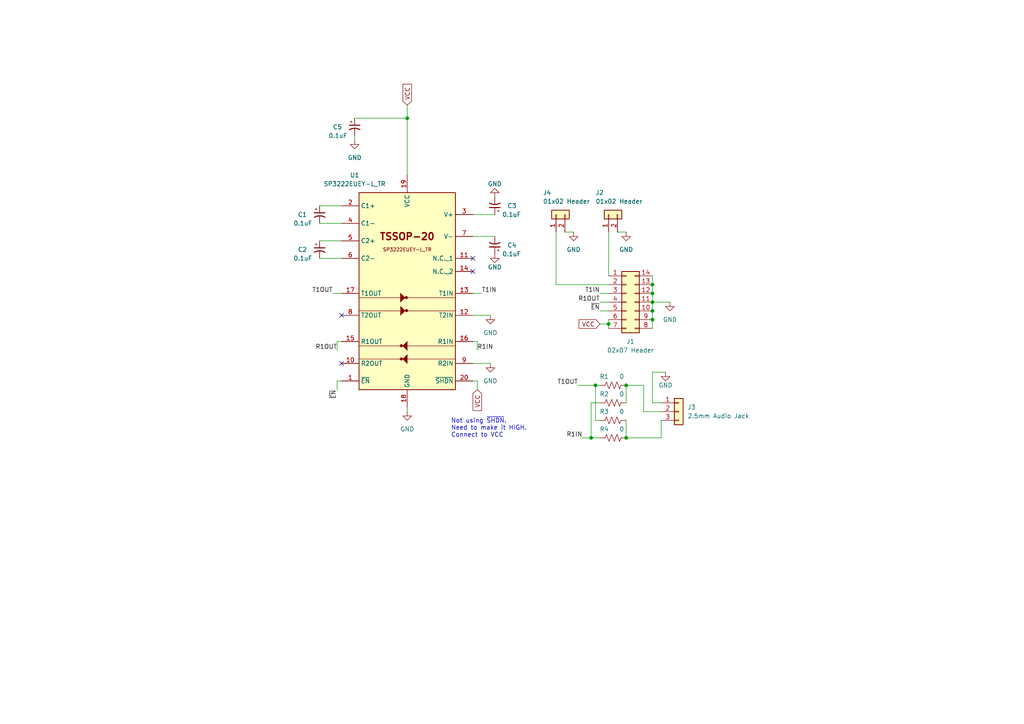
<source format=kicad_sch>
(kicad_sch (version 20230121) (generator eeschema)
  (paper "A4")
  (title_block (title "Little Master Board") (date "2023-09-20") (rev "A") (company "The Ohio State Univiersity") (comment 1 "Author: Dennis H. Calderon"))
  (lib_symbols
    (symbol "Connector_Generic:Conn_01x02" (pin_names (offset 1.016) hide)
      (property "Reference" "J" (at 0 2.54 0))
      (property "Value" "Conn_01x02" (at 0 -5.08 0))
      (symbol "Conn_01x02_1_1"
        (rectangle (start -1.27 -2.413) (end 0 -2.667) (stroke (width 0.1524)))
        (rectangle (start -1.27 0.127) (end 0 -0.127) (stroke (width 0.1524)))
        (rectangle (start -1.27 1.27) (end 1.27 -3.81) (stroke (width 0.254)) (fill (type background)))
        (pin passive line (at -5.08 0 0) (length 3.81) (name "Pin_1") (number "1"))
        (pin passive line (at -5.08 -2.54 0) (length 3.81) (name "Pin_2") (number "2"))
      )
    )
    (symbol "Connector_Generic:Conn_01x03" (pin_names (offset 1.016) hide)
      (property "Reference" "J" (at 0 5.08 0))
      (property "Value" "Conn_01x03" (at 0 -5.08 0))
      (symbol "Conn_01x03_1_1"
        (rectangle (start -1.27 -2.413) (end 0 -2.667) (stroke (width 0.1524)))
        (rectangle (start -1.27 0.127) (end 0 -0.127) (stroke (width 0.1524)))
        (rectangle (start -1.27 2.667) (end 0 2.413) (stroke (width 0.1524)))
        (rectangle (start -1.27 3.81) (end 1.27 -3.81) (stroke (width 0.254)) (fill (type background)))
        (pin passive line (at -5.08 2.54 0) (length 3.81) (name "Pin_1") (number "1"))
        (pin passive line (at -5.08 0 0) (length 3.81) (name "Pin_2") (number "2"))
        (pin passive line (at -5.08 -2.54 0) (length 3.81) (name "Pin_3") (number "3"))
      )
    )
    (symbol "Connector_Generic:Conn_02x07_Counter_Clockwise" (pin_names (offset 1.016) hide)
      (property "Reference" "J" (at 1.27 10.16 0))
      (property "Value" "Conn_02x07_Counter_Clockwise" (at 1.27 -10.16 0))
      (symbol "Conn_02x07_Counter_Clockwise_1_1"
        (rectangle (start -1.27 -7.493) (end 0 -7.747) (stroke (width 0.1524)))
        (rectangle (start -1.27 -4.953) (end 0 -5.207) (stroke (width 0.1524)))
        (rectangle (start -1.27 -2.413) (end 0 -2.667) (stroke (width 0.1524)))
        (rectangle (start -1.27 0.127) (end 0 -0.127) (stroke (width 0.1524)))
        (rectangle (start -1.27 2.667) (end 0 2.413) (stroke (width 0.1524)))
        (rectangle (start -1.27 5.207) (end 0 4.953) (stroke (width 0.1524)))
        (rectangle (start -1.27 7.747) (end 0 7.493) (stroke (width 0.1524)))
        (rectangle (start -1.27 8.89) (end 3.81 -8.89) (stroke (width 0.254)) (fill (type background)))
        (rectangle (start 3.81 -7.493) (end 2.54 -7.747) (stroke (width 0.1524)))
        (rectangle (start 3.81 -4.953) (end 2.54 -5.207) (stroke (width 0.1524)))
        (rectangle (start 3.81 -2.413) (end 2.54 -2.667) (stroke (width 0.1524)))
        (rectangle (start 3.81 0.127) (end 2.54 -0.127) (stroke (width 0.1524)))
        (rectangle (start 3.81 2.667) (end 2.54 2.413) (stroke (width 0.1524)))
        (rectangle (start 3.81 5.207) (end 2.54 4.953) (stroke (width 0.1524)))
        (rectangle (start 3.81 7.747) (end 2.54 7.493) (stroke (width 0.1524)))
        (pin passive line (at -5.08 7.62 0) (length 3.81) (name "Pin_1") (number "1"))
        (pin passive line (at 7.62 -2.54 180) (length 3.81) (name "Pin_10") (number "10"))
        (pin passive line (at 7.62 0 180) (length 3.81) (name "Pin_11") (number "11"))
        (pin passive line (at 7.62 2.54 180) (length 3.81) (name "Pin_12") (number "12"))
        (pin passive line (at 7.62 5.08 180) (length 3.81) (name "Pin_13") (number "13"))
        (pin passive line (at 7.62 7.62 180) (length 3.81) (name "Pin_14") (number "14"))
        (pin passive line (at -5.08 5.08 0) (length 3.81) (name "Pin_2") (number "2"))
        (pin passive line (at -5.08 2.54 0) (length 3.81) (name "Pin_3") (number "3"))
        (pin passive line (at -5.08 0 0) (length 3.81) (name "Pin_4") (number "4"))
        (pin passive line (at -5.08 -2.54 0) (length 3.81) (name "Pin_5") (number "5"))
        (pin passive line (at -5.08 -5.08 0) (length 3.81) (name "Pin_6") (number "6"))
        (pin passive line (at -5.08 -7.62 0) (length 3.81) (name "Pin_7") (number "7"))
        (pin passive line (at 7.62 -7.62 180) (length 3.81) (name "Pin_8") (number "8"))
        (pin passive line (at 7.62 -5.08 180) (length 3.81) (name "Pin_9") (number "9"))
      )
    )
    (symbol "Device:C_Polarized_Small_US" (pin_numbers hide) (pin_names (offset 0.254) hide)
      (property "Reference" "C" (at 0.254 1.778 0))
      (property "Value" "C_Polarized_Small_US" (at 0.254 -2.032 0))
      (symbol "C_Polarized_Small_US_0_1"
        (polyline (pts (xy -1.524 0.508) (xy 1.524 0.508)) (stroke (width 0.3048)))
        (polyline (pts (xy -1.27 1.524) (xy -0.762 1.524)))
        (polyline (pts (xy -1.016 1.27) (xy -1.016 1.778)))
        (arc (start 1.524 -0.762) (mid 0 -0.3734) (end -1.524 -0.762) (stroke (width 0.3048)))
      )
      (symbol "C_Polarized_Small_US_1_1"
        (pin passive line (at 0 2.54 270) (length 2.032) (name "~") (number "1"))
        (pin passive line (at 0 -2.54 90) (length 2.032) (name "~") (number "2"))
      )
    )
    (symbol "Device:R_US" (pin_numbers hide) (pin_names (offset 0))
      (property "Reference" "R" (at 2.54 0 90))
      (property "Value" "R_US" (at -2.54 0 90))
      (symbol "R_US_0_1"
        (polyline (pts (xy 0 -2.286) (xy 0 -2.54)))
        (polyline (pts (xy 0 2.286) (xy 0 2.54)))
        (polyline (pts (xy 0 -0.762) (xy 1.016 -1.143) (xy 0 -1.524) (xy -1.016 -1.905) (xy 0 -2.286)))
        (polyline (pts (xy 0 0.762) (xy 1.016 0.381) (xy 0 0) (xy -1.016 -0.381) (xy 0 -0.762)))
        (polyline (pts (xy 0 2.286) (xy 1.016 1.905) (xy 0 1.524) (xy -1.016 1.143) (xy 0 0.762)))
      )
      (symbol "R_US_1_1"
        (pin passive line (at 0 3.81 270) (length 1.27) (name "~") (number "1"))
        (pin passive line (at 0 -3.81 90) (length 1.27) (name "~") (number "2"))
      )
    )
    (symbol "SP3222EUEY-L_TR:SP3222EUEY-L_TR"
      (property "Reference" "U1" (at -12.7 36.83 0))
      (property "Value" "SP3222EUEY-L_TR" (at -12.7 34.29 0))
      (symbol "SP3222EUEY-L_TR_1_1"
        (rectangle (start -13.97 30.48) (end 13.97 -26.67) (stroke (width 0.254)) (fill (type background)))
        (circle (center -1.7018 -17.7546) (radius 0.3698) (fill (type outline)))
        (circle (center -1.7018 -13.9192) (radius 0.3698) (fill (type outline)))
        (circle (center -0.254 0.0508) (radius 0.3698) (fill (type outline)))
        (circle (center -0.2032 -3.7338) (radius 0.3698) (fill (type outline)))
        (polyline (pts (xy -13.97 -17.78) (xy -2.54 -17.78)))
        (polyline (pts (xy -13.97 -13.97) (xy -2.54 -13.97)))
        (polyline (pts (xy -13.97 -3.81) (xy -1.27 -3.81)))
        (polyline (pts (xy -13.97 0) (xy -1.27 0)))
        (polyline (pts (xy -2.5146 -17.78) (xy -2.1082 -17.78)))
        (polyline (pts (xy -2.5146 -13.97) (xy -2.1082 -13.97)))
        (polyline (pts (xy 0 -3.81) (xy 13.97 -3.81)))
        (polyline (pts (xy 13.97 -17.78) (xy 0 -17.78)))
        (polyline (pts (xy 13.97 -13.97) (xy 0 -13.97)))
        (polyline (pts (xy 13.97 0) (xy 0 0)))
        (polyline (pts (xy -1.9558 1.2954) (xy -1.9558 -1.2446) (xy -0.6858 0.0254) (xy -1.9558 1.2954)) (fill (type outline)))
        (polyline (pts (xy -1.9304 -2.5146) (xy -1.9304 -5.0546) (xy -0.6604 -3.7846) (xy -1.9304 -2.5146)) (fill (type outline)))
        (polyline (pts (xy 0 -19.05) (xy 0 -16.51) (xy -1.27 -17.78) (xy 0 -19.05)) (fill (type outline)))
        (polyline (pts (xy 0 -15.24) (xy 0 -12.7) (xy -1.27 -13.97) (xy 0 -15.24)) (fill (type outline)))
        (text "SP3222EUEY-L_TR" (at 0 13.97 0) (effects (font (size 1 1))))
        (text "TSSOP-20" (at 0 17.78 0) (effects (font (size 2 2) bold)))
        (pin passive line (at -19.05 -24.13 0) (length 5.08) (name "~{EN}") (number "1"))
        (pin passive line (at -19.05 -19.05 0) (length 5.08) (name "R2OUT") (number "10"))
        (pin passive line (at 19.05 11.43 180) (length 5.08) (name "N.C._1") (number "11"))
        (pin passive line (at 19.05 -5.08 180) (length 5.08) (name "T2IN") (number "12"))
        (pin passive line (at 19.05 1.27 180) (length 5.08) (name "T1IN") (number "13"))
        (pin passive line (at 19.05 7.62 180) (length 5.08) (name "N.C._2") (number "14"))
        (pin passive line (at -19.05 -12.7 0) (length 5.08) (name "R1OUT") (number "15"))
        (pin passive line (at 19.05 -12.7 180) (length 5.08) (name "R1IN") (number "16"))
        (pin passive line (at -19.05 1.27 0) (length 5.08) (name "T1OUT") (number "17"))
        (pin passive line (at 0 -31.75 90) (length 5.08) (name "GND") (number "18"))
        (pin passive line (at 0 35.56 270) (length 5.08) (name "VCC") (number "19"))
        (pin passive line (at -19.05 26.67 0) (length 5.08) (name "C1+") (number "2"))
        (pin passive line (at 19.05 -24.13 180) (length 5.08) (name "~{SHDN}") (number "20"))
        (pin passive line (at 19.05 24.13 180) (length 5.08) (name "V+") (number "3"))
        (pin passive line (at -19.05 21.59 0) (length 5.08) (name "C1-") (number "4"))
        (pin passive line (at -19.05 16.51 0) (length 5.08) (name "C2+") (number "5"))
        (pin passive line (at -19.05 11.43 0) (length 5.08) (name "C2-") (number "6"))
        (pin passive line (at 19.05 17.78 180) (length 5.08) (name "V-") (number "7"))
        (pin passive line (at -19.05 -5.08 0) (length 5.08) (name "T2OUT") (number "8"))
        (pin passive line (at 19.05 -19.05 180) (length 5.08) (name "R2IN") (number "9"))
      )
    )
    (symbol "power:GND" (power) (pin_names (offset 0))
      (property "Value" "GND" (at 0 -3.81 0))
      (symbol "GND_0_1"
        (polyline (pts (xy 0 0) (xy 0 -1.27) (xy 1.27 -1.27) (xy 0 -2.54) (xy -1.27 -1.27) (xy 0 -1.27)))
      )
      (symbol "GND_1_1"
        (pin power_in line (at 0 0 270) (length 0) hide (name "GND") (number "1"))
      )
    )
  )
  (junction (at 189.23 87.63))
  (junction (at 189.23 92.71))
  (junction (at 172.72 111.76))
  (junction (at 189.23 85.09))
  (junction (at 189.23 82.55))
  (junction (at 189.23 90.17))
  (junction (at 171.45 127))
  (junction (at 181.61 111.76))
  (junction (at 118.11 34.29))
  (junction (at 176.53 93.98))
  (junction (at 181.61 127))
  (no_connect (at 99.06 91.44))
  (no_connect (at 137.16 78.74))
  (no_connect (at 137.16 74.93))
  (no_connect (at 99.06 105.41))
  (wire (pts (xy 171.45 127) (xy 173.99 127)))
  (wire (pts (xy 97.79 113.03) (xy 97.79 110.49)))
  (wire (pts (xy 176.53 93.98) (xy 176.53 95.25)))
  (wire (pts (xy 191.77 127) (xy 181.61 127)))
  (wire (pts (xy 189.23 82.55) (xy 189.23 85.09)))
  (wire (pts (xy 118.11 118.11) (xy 118.11 119.38)))
  (wire (pts (xy 191.77 116.84) (xy 189.23 116.84)))
  (wire (pts (xy 173.99 90.17) (xy 176.53 90.17)))
  (wire (pts (xy 173.99 93.98) (xy 176.53 93.98)))
  (wire (pts (xy 138.43 101.6) (xy 138.43 99.06)))
  (wire (pts (xy 138.43 110.49) (xy 137.16 110.49)))
  (wire (pts (xy 189.23 85.09) (xy 189.23 87.63)))
  (wire (pts (xy 168.91 127) (xy 171.45 127)))
  (wire (pts (xy 118.11 34.29) (xy 118.11 50.8)))
  (wire (pts (xy 161.29 67.31) (xy 161.29 82.55)))
  (wire (pts (xy 173.99 87.63) (xy 176.53 87.63)))
  (wire (pts (xy 186.69 119.38) (xy 186.69 111.76)))
  (wire (pts (xy 171.45 116.84) (xy 171.45 127)))
  (wire (pts (xy 102.87 34.29) (xy 118.11 34.29)))
  (wire (pts (xy 97.79 101.6) (xy 97.79 99.06)))
  (wire (pts (xy 137.16 62.23) (xy 143.51 62.23)))
  (wire (pts (xy 191.77 119.38) (xy 186.69 119.38)))
  (wire (pts (xy 142.24 91.44) (xy 137.16 91.44)))
  (wire (pts (xy 176.53 92.71) (xy 176.53 93.98)))
  (wire (pts (xy 189.23 107.95) (xy 193.04 107.95)))
  (wire (pts (xy 92.71 59.69) (xy 99.06 59.69)))
  (wire (pts (xy 179.07 67.31) (xy 181.61 67.31)))
  (wire (pts (xy 137.16 68.58) (xy 143.51 68.58)))
  (wire (pts (xy 191.77 121.92) (xy 191.77 127)))
  (wire (pts (xy 172.72 121.92) (xy 173.99 121.92)))
  (wire (pts (xy 189.23 80.01) (xy 189.23 82.55)))
  (wire (pts (xy 118.11 30.48) (xy 118.11 34.29)))
  (wire (pts (xy 167.64 111.76) (xy 172.72 111.76)))
  (wire (pts (xy 139.7 85.09) (xy 137.16 85.09)))
  (wire (pts (xy 181.61 121.92) (xy 181.61 127)))
  (wire (pts (xy 102.87 39.37) (xy 102.87 40.64)))
  (wire (pts (xy 161.29 82.55) (xy 176.53 82.55)))
  (wire (pts (xy 96.52 85.09) (xy 99.06 85.09)))
  (wire (pts (xy 189.23 90.17) (xy 189.23 92.71)))
  (wire (pts (xy 92.71 69.85) (xy 99.06 69.85)))
  (wire (pts (xy 97.79 110.49) (xy 99.06 110.49)))
  (wire (pts (xy 97.79 99.06) (xy 99.06 99.06)))
  (wire (pts (xy 137.16 105.41) (xy 142.24 105.41)))
  (wire (pts (xy 92.71 74.93) (xy 99.06 74.93)))
  (wire (pts (xy 172.72 111.76) (xy 173.99 111.76)))
  (wire (pts (xy 138.43 113.03) (xy 138.43 110.49)))
  (wire (pts (xy 181.61 111.76) (xy 181.61 116.84)))
  (wire (pts (xy 172.72 111.76) (xy 172.72 121.92)))
  (wire (pts (xy 163.83 67.31) (xy 166.37 67.31)))
  (wire (pts (xy 189.23 92.71) (xy 189.23 95.25)))
  (wire (pts (xy 189.23 116.84) (xy 189.23 107.95)))
  (wire (pts (xy 176.53 67.31) (xy 176.53 80.01)))
  (wire (pts (xy 173.99 85.09) (xy 176.53 85.09)))
  (wire (pts (xy 189.23 87.63) (xy 194.31 87.63)))
  (wire (pts (xy 138.43 99.06) (xy 137.16 99.06)))
  (wire (pts (xy 189.23 87.63) (xy 189.23 90.17)))
  (wire (pts (xy 186.69 111.76) (xy 181.61 111.76)))
  (wire (pts (xy 92.71 64.77) (xy 99.06 64.77)))
  (wire (pts (xy 173.99 116.84) (xy 171.45 116.84)))
  (text "Not using ~{SHDN}.\nNeed to make it HIGH.\nConnect to VCC" (at 130.81 127 0) (effects (font (size 1.27 1.27)) (justify left bottom)))
  (label "T1OUT" (at 96.52 85.09 180))
  (label "T1IN" (at 139.7 85.09 0))
  (label "~{EN}" (at 97.79 113.03 270))
  (label "R1IN" (at 138.43 101.6 0))
  (label "T1OUT" (at 167.64 111.76 180))
  (label "R1OUT" (at 173.99 87.63 180))
  (label "~{EN}" (at 173.99 90.17 180))
  (label "R1IN" (at 168.91 127 180))
  (label "T1IN" (at 173.99 85.09 180))
  (label "R1OUT" (at 97.79 101.6 180))
  (global_label "VCC" (shape input) (at 173.99 93.98 180) (property "Intersheetrefs" "${INTERSHEET_REFS}" (effects hide)))
  (global_label "VCC" (shape input) (at 138.43 113.03 270) (property "Intersheetrefs" "${INTERSHEET_REFS}" (effects hide)))
  (global_label "VCC" (shape input) (at 118.11 30.48 90) (property "Intersheetrefs" "${INTERSHEET_REFS}" (effects hide)))
  (symbol (lib_id "power:GND") (at 166.37 67.31 0) (unit 1)
    (property "Reference" "#PWR08" (effects hide))
    (property "Value" "GND" (at 166.37 72.39 0))
  )
  (symbol (lib_id "SP3222EUEY-L_TR:SP3222EUEY-L_TR") (at 118.11 86.36 0) (unit 1)
    (property "Reference" "U1" (at 102.87 50.8 0))
    (property "Value" "SP3222EUEY-L_TR" (at 102.87 53.34 0))
    (property "Footprint" "HELIX:SP3222EUEYLTR" (effects hide))
    (property "Datasheet" "https://componentsearchengine.com/Datasheets/1/SP3222EUEY-L_TR.pdf" (effects hide))
    (property "Height" "1.2" (effects hide))
    (property "Mouser Part Number" "701-SP3222EUEY-L/TR" (effects hide))
    (property "Mouser Price/Stock" "https://www.mouser.co.uk/ProductDetail/MaxLinear/SP3222EUEY-L-TR?qs=Hy8V1%2FADhVJCPI50%2F0eNxw%3D%3D" (effects hide))
    (property "Manufacturer_Name" "MaxLinear, Inc." (effects hide))
    (property "Manufacturer_Part_Number" "SP3222EUEY-L/TR" (effects hide))
  )
  (symbol (lib_id "power:GND") (at 181.61 67.31 0) (unit 1)
    (property "Reference" "#PWR07" (effects hide))
    (property "Value" "GND" (at 181.61 72.39 0))
  )
  (symbol (lib_id "power:GND") (at 118.11 119.38 0) (unit 1)
    (property "Reference" "#PWR03" (effects hide))
    (property "Value" "GND" (at 118.11 124.46 0))
  )
  (symbol (lib_id "Device:R_US") (at 177.8 111.76 90) (unit 1)
    (property "Reference" "R1" (at 175.26 109.22 90))
    (property "Value" "0" (at 180.34 109.22 90))
    (property "Footprint" "Resistor_SMD:R_0603_1608Metric" (effects hide))
  )
  (symbol (lib_id "Device:C_Polarized_Small_US") (at 102.87 36.83 0) (unit 1)
    (property "Reference" "C5" (at 96.52 36.83 0) (effects (justify left)))
    (property "Value" "0.1uF" (at 95.25 39.37 0) (effects (justify left)))
    (property "Footprint" "Capacitor_SMD:C_0402_1005Metric" (effects hide))
  )
  (symbol (lib_id "power:GND") (at 194.31 87.63 0) (unit 1)
    (property "Reference" "#PWR01" (effects hide))
    (property "Value" "GND" (at 194.31 92.71 0))
  )
  (symbol (lib_id "Device:R_US") (at 177.8 116.84 90) (unit 1)
    (property "Reference" "R2" (at 175.26 114.3 90))
    (property "Value" "0" (at 180.34 114.3 90))
    (property "Footprint" "Resistor_SMD:R_0603_1608Metric" (effects hide))
  )
  (symbol (lib_id "power:GND") (at 142.24 91.44 0) (unit 1)
    (property "Reference" "#PWR09" (effects hide))
    (property "Value" "GND" (at 142.24 96.52 0))
  )
  (symbol (lib_id "Connector_Generic:Conn_01x02") (at 176.53 62.23 90) (unit 1)
    (property "Reference" "J2" (at 172.72 55.88 90) (effects (justify right)))
    (property "Value" "01x02 Header" (at 172.72 58.42 90) (effects (justify right)))
    (property "Footprint" "Connector_PinHeader_2.54mm:PinHeader_1x02_P2.54mm_Vertical" (effects hide))
  )
  (symbol (lib_id "power:GND") (at 102.87 40.64 0) (unit 1)
    (property "Reference" "#PWR010" (effects hide))
    (property "Value" "GND" (at 102.87 45.72 0))
  )
  (symbol (lib_id "Device:C_Polarized_Small_US") (at 92.71 62.23 0) (unit 1)
    (property "Reference" "C1" (at 86.36 62.23 0) (effects (justify left)))
    (property "Value" "0.1uF" (at 85.09 64.77 0) (effects (justify left)))
    (property "Footprint" "Capacitor_SMD:C_0402_1005Metric" (effects hide))
  )
  (symbol (lib_id "Device:R_US") (at 177.8 127 90) (unit 1)
    (property "Reference" "R4" (at 175.26 124.46 90))
    (property "Value" "0" (at 180.34 124.46 90))
    (property "Footprint" "Resistor_SMD:R_0603_1608Metric" (effects hide))
  )
  (symbol (lib_id "power:GND") (at 142.24 105.41 0) (unit 1)
    (property "Reference" "#PWR06" (effects hide))
    (property "Value" "GND" (at 142.24 110.49 0))
  )
  (symbol (lib_id "Device:C_Polarized_Small_US") (at 92.71 72.39 0) (unit 1)
    (property "Reference" "C2" (at 86.36 72.39 0) (effects (justify left)))
    (property "Value" "0.1uF" (at 85.09 74.93 0) (effects (justify left)))
    (property "Footprint" "Capacitor_SMD:C_0402_1005Metric" (effects hide))
  )
  (symbol (lib_id "Connector_Generic:Conn_01x02") (at 161.29 62.23 90) (unit 1)
    (property "Reference" "J4" (at 157.48 55.88 90) (effects (justify right)))
    (property "Value" "01x02 Header" (at 157.48 58.42 90) (effects (justify right)))
    (property "Footprint" "Connector_PinHeader_2.54mm:PinHeader_1x02_P2.54mm_Vertical" (effects hide))
  )
  (symbol (lib_id "power:GND") (at 143.51 73.66 0) (unit 1)
    (property "Reference" "#PWR02" (effects hide))
    (property "Value" "GND" (at 143.51 77.47 0))
  )
  (symbol (lib_id "power:GND") (at 143.51 57.15 180) (unit 1)
    (property "Reference" "#PWR04" (effects hide))
    (property "Value" "GND" (at 143.51 53.34 0))
  )
  (symbol (lib_id "Device:C_Polarized_Small_US") (at 143.51 71.12 180) (unit 1)
    (property "Reference" "C4" (at 149.86 71.12 0) (effects (justify left)))
    (property "Value" "0.1uF" (at 151.13 73.66 0) (effects (justify left)))
    (property "Footprint" "Capacitor_SMD:C_0402_1005Metric" (effects hide))
  )
  (symbol (lib_id "Device:C_Polarized_Small_US") (at 143.51 59.69 180) (unit 1)
    (property "Reference" "C3" (at 149.86 59.69 0) (effects (justify left)))
    (property "Value" "0.1uF" (at 151.13 62.23 0) (effects (justify left)))
    (property "Footprint" "Capacitor_SMD:C_0402_1005Metric" (effects hide))
  )
  (symbol (lib_id "Device:R_US") (at 177.8 121.92 90) (unit 1)
    (property "Reference" "R3" (at 175.26 119.38 90))
    (property "Value" "0" (at 180.34 119.38 90))
    (property "Footprint" "Resistor_SMD:R_0603_1608Metric" (effects hide))
  )
  (symbol (lib_id "Connector_Generic:Conn_02x07_Counter_Clockwise") (at 181.61 87.63 0) (unit 1)
    (property "Reference" "J1" (at 182.88 99.06 0))
    (property "Value" "02x07 Header" (at 182.88 101.6 0))
    (property "Footprint" "Connector_PinHeader_2.54mm:PinHeader_2x07_P2.54mm_Vertical" (effects hide))
  )
  (symbol (lib_id "power:GND") (at 193.04 107.95 0) (unit 1)
    (property "Reference" "#PWR05" (effects hide))
    (property "Value" "GND" (at 193.04 111.76 0))
  )
  (symbol (lib_id "Connector_Generic:Conn_01x03") (at 196.85 119.38 0) (unit 1)
    (property "Reference" "J3" (at 199.39 118.11 0) (effects (justify left)))
    (property "Value" "2.5mm Audio Jack" (at 199.39 120.65 0) (effects (justify left)))
    (property "Footprint" "HELIX:SJ1-3513" (effects hide))
  )
)
</source>
